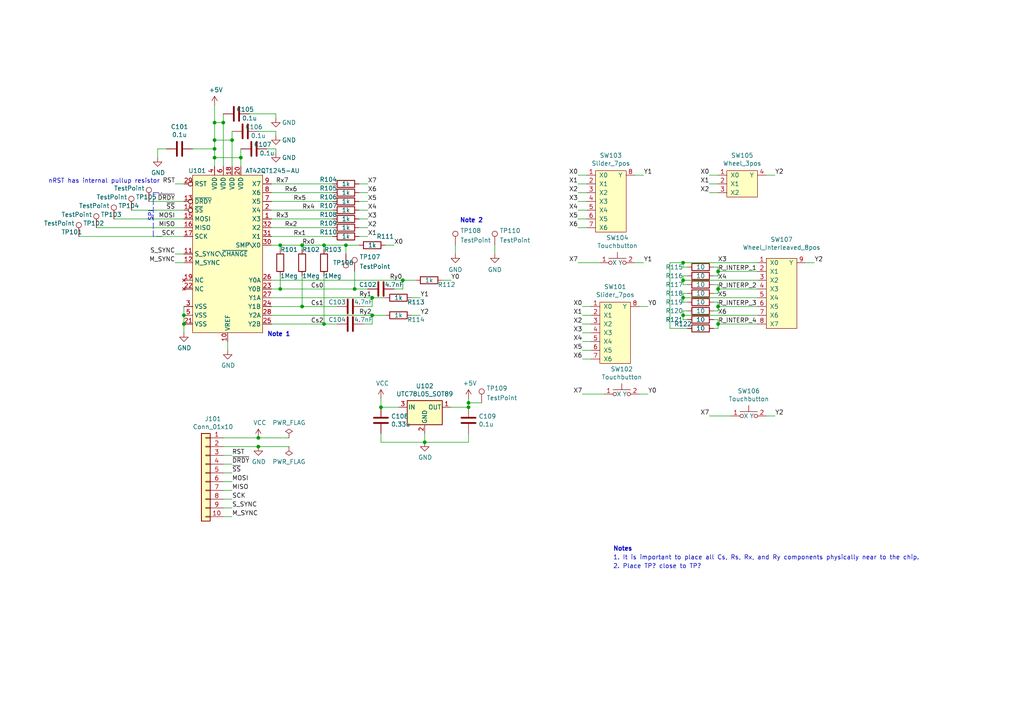
<source format=kicad_sch>
(kicad_sch (version 20211123) (generator eeschema)
  (paper "A4")
  (lib_symbols
    (symbol "Button_Slider_Capacitive:Slider_7pos" (pin_names (offset 1.016))
      (property "Reference" "SW" (at 0 1.27 0))
      (property "Value" "Slider_7pos" (at 0 0 0))
      (symbol "Slider_7pos_0_1"
        (rectangle (start -3.81 -1.27) (end 5.08 -19.05) (fill (type background)))
      )
      (symbol "Slider_7pos_1_1"
        (pin passive line (at -6.35 -2.54 0) (length 2.54) (name "X0") (number "1"))
        (pin passive line (at -6.35 -5.08 0) (length 2.54) (name "X1") (number "2"))
        (pin passive line (at -6.35 -7.62 0) (length 2.54) (name "X2") (number "3"))
        (pin passive line (at -6.35 -10.16 0) (length 2.54) (name "X3") (number "4"))
        (pin passive line (at -6.35 -12.7 0) (length 2.54) (name "X4") (number "5"))
        (pin passive line (at -6.35 -15.24 0) (length 2.54) (name "X5") (number "6"))
        (pin passive line (at -6.35 -17.78 0) (length 2.54) (name "X6") (number "7"))
        (pin passive line (at 7.62 -2.54 180) (length 2.54) (name "Y") (number "8"))
      )
    )
    (symbol "Button_Slider_Capacitive:Touchbutton" (pin_names (offset 1.016))
      (property "Reference" "SW" (at 2.54 2.54 0))
      (property "Value" "Touchbutton" (at 0 -2.54 0))
      (symbol "Touchbutton_1_1"
        (circle (center -2.032 0) (radius 0.508))
        (polyline (pts (xy 0 1.27) (xy 0 3.048)))
        (polyline (pts (xy 2.54 1.27) (xy -2.54 1.27)))
        (circle (center 2.032 0) (radius 0.508))
        (pin passive line (at -5.08 0 0) (length 2.54) (name "X") (number "1"))
        (pin passive line (at 5.08 0 180) (length 2.54) (name "Y") (number "2"))
      )
    )
    (symbol "Button_Slider_Capacitive:Wheel_3pos" (pin_names (offset 1.016))
      (property "Reference" "SW" (at 0 1.27 0))
      (property "Value" "Wheel_3pos" (at 0 0 0))
      (symbol "Wheel_3pos_0_1"
        (rectangle (start -3.81 -1.27) (end 5.08 -8.89) (fill (type background)))
      )
      (symbol "Wheel_3pos_1_1"
        (pin passive line (at -6.35 -2.54 0) (length 2.54) (name "X0") (number "1"))
        (pin passive line (at -6.35 -5.08 0) (length 2.54) (name "X1") (number "2"))
        (pin passive line (at -6.35 -7.62 0) (length 2.54) (name "X2") (number "3"))
        (pin passive line (at 7.62 -2.54 180) (length 2.54) (name "Y") (number "4"))
      )
    )
    (symbol "Button_Slider_Capacitive:Wheel_Interleaved_8pos" (pin_names (offset 1.016))
      (property "Reference" "SW" (at 0 2.54 0))
      (property "Value" "Wheel_Interleaved_8pos" (at 0 1.27 0))
      (symbol "Wheel_Interleaved_8pos_0_1"
        (rectangle (start -3.81 -1.27) (end 5.08 -21.59) (fill (type background)))
      )
      (symbol "Wheel_Interleaved_8pos_1_1"
        (pin passive line (at -6.35 -2.54 0) (length 2.54) (name "X0") (number "1"))
        (pin passive line (at -6.35 -5.08 0) (length 2.54) (name "X1") (number "2"))
        (pin passive line (at -6.35 -7.62 0) (length 2.54) (name "X2") (number "3"))
        (pin passive line (at -6.35 -10.16 0) (length 2.54) (name "X3") (number "4"))
        (pin passive line (at -6.35 -12.7 0) (length 2.54) (name "X4") (number "5"))
        (pin passive line (at -6.35 -15.24 0) (length 2.54) (name "X5") (number "6"))
        (pin passive line (at -6.35 -17.78 0) (length 2.54) (name "X6") (number "7"))
        (pin passive line (at -6.35 -20.32 0) (length 2.54) (name "X7") (number "8"))
        (pin passive line (at 7.62 -2.54 180) (length 2.54) (name "Y") (number "9"))
      )
    )
    (symbol "Connector:TestPoint" (pin_numbers hide) (pin_names (offset 0.762) hide)
      (property "Reference" "TP" (at 0 6.858 0))
      (property "Value" "TestPoint" (at 0 5.08 0))
      (symbol "TestPoint_0_1"
        (circle (center 0 3.302) (radius 0.762))
      )
      (symbol "TestPoint_1_1"
        (pin passive line (at 0 0 90) (length 2.54) (name "1") (number "1"))
      )
    )
    (symbol "Connector_Generic:Conn_01x10" (pin_names (offset 1.016) hide)
      (property "Reference" "J" (at 0 12.7 0))
      (property "Value" "Conn_01x10" (at 0 -15.24 0))
      (symbol "Conn_01x10_1_1"
        (rectangle (start -1.27 -12.573) (end 0 -12.827) (stroke (width 0.1524)))
        (rectangle (start -1.27 -10.033) (end 0 -10.287) (stroke (width 0.1524)))
        (rectangle (start -1.27 -7.493) (end 0 -7.747) (stroke (width 0.1524)))
        (rectangle (start -1.27 -4.953) (end 0 -5.207) (stroke (width 0.1524)))
        (rectangle (start -1.27 -2.413) (end 0 -2.667) (stroke (width 0.1524)))
        (rectangle (start -1.27 0.127) (end 0 -0.127) (stroke (width 0.1524)))
        (rectangle (start -1.27 2.667) (end 0 2.413) (stroke (width 0.1524)))
        (rectangle (start -1.27 5.207) (end 0 4.953) (stroke (width 0.1524)))
        (rectangle (start -1.27 7.747) (end 0 7.493) (stroke (width 0.1524)))
        (rectangle (start -1.27 10.287) (end 0 10.033) (stroke (width 0.1524)))
        (rectangle (start -1.27 11.43) (end 1.27 -13.97) (stroke (width 0.254)) (fill (type background)))
        (pin passive line (at -5.08 10.16 0) (length 3.81) (name "Pin_1") (number "1"))
        (pin passive line (at -5.08 -12.7 0) (length 3.81) (name "Pin_10") (number "10"))
        (pin passive line (at -5.08 7.62 0) (length 3.81) (name "Pin_2") (number "2"))
        (pin passive line (at -5.08 5.08 0) (length 3.81) (name "Pin_3") (number "3"))
        (pin passive line (at -5.08 2.54 0) (length 3.81) (name "Pin_4") (number "4"))
        (pin passive line (at -5.08 0 0) (length 3.81) (name "Pin_5") (number "5"))
        (pin passive line (at -5.08 -2.54 0) (length 3.81) (name "Pin_6") (number "6"))
        (pin passive line (at -5.08 -5.08 0) (length 3.81) (name "Pin_7") (number "7"))
        (pin passive line (at -5.08 -7.62 0) (length 3.81) (name "Pin_8") (number "8"))
        (pin passive line (at -5.08 -10.16 0) (length 3.81) (name "Pin_9") (number "9"))
      )
    )
    (symbol "Device:C" (pin_numbers hide) (pin_names (offset 0.254))
      (property "Reference" "C" (at 0.635 2.54 0))
      (property "Value" "C" (at 0.635 -2.54 0))
      (symbol "C_0_1"
        (polyline (pts (xy -2.032 -0.762) (xy 2.032 -0.762)) (stroke (width 0.508)))
        (polyline (pts (xy -2.032 0.762) (xy 2.032 0.762)) (stroke (width 0.508)))
      )
      (symbol "C_1_1"
        (pin passive line (at 0 3.81 270) (length 2.794) (name "~") (number "1"))
        (pin passive line (at 0 -3.81 90) (length 2.794) (name "~") (number "2"))
      )
    )
    (symbol "Device:R" (pin_numbers hide) (pin_names (offset 0))
      (property "Reference" "R" (at 2.032 0 90))
      (property "Value" "R" (at 0 0 90))
      (symbol "R_0_1"
        (rectangle (start -1.016 -2.54) (end 1.016 2.54) (stroke (width 0.254)))
      )
      (symbol "R_1_1"
        (pin passive line (at 0 3.81 270) (length 1.27) (name "~") (number "1"))
        (pin passive line (at 0 -3.81 90) (length 1.27) (name "~") (number "2"))
      )
    )
    (symbol "MiscDigital:AT42QT1245-AU"
      (property "Reference" "U" (at -10.16 24.13 0))
      (property "Value" "AT42QT1245-AU" (at 12.7 24.13 0))
      (symbol "AT42QT1245-AU_0_1"
        (rectangle (start -10.16 22.86) (end 10.16 -22.86) (fill (type background)))
      )
      (symbol "AT42QT1245-AU_1_1"
        (pin output line (at 12.7 10.16 180) (length 2.54) (name "X3") (number "1"))
        (pin input line (at 0 -25.4 90) (length 2.54) (name "VREF") (number "10"))
        (pin input line (at -12.7 0 0) (length 2.54) (name "S_SYNC\\~{CHANGE}") (number "11"))
        (pin input line (at -12.7 -2.54 0) (length 2.54) (name "M_SYNC") (number "12"))
        (pin output inverted (at -12.7 15.24 0) (length 2.54) (name "~{DRDY}") (number "13"))
        (pin input inverted (at -12.7 12.7 0) (length 2.54) (name "~{SS}") (number "14"))
        (pin input line (at -12.7 10.16 0) (length 2.54) (name "MOSI") (number "15"))
        (pin output line (at -12.7 7.62 0) (length 2.54) (name "MISO") (number "16"))
        (pin input line (at -12.7 5.08 0) (length 2.54) (name "SCK") (number "17"))
        (pin power_in line (at 1.27 25.4 270) (length 2.54) (name "VDD") (number "18"))
        (pin no_connect line (at -12.7 -7.62 0) (length 2.54) (name "NC") (number "19"))
        (pin output line (at 12.7 12.7 180) (length 2.54) (name "X4") (number "2"))
        (pin power_in line (at 3.81 25.4 270) (length 2.54) (name "VDD") (number "20"))
        (pin power_in line (at -12.7 -20.32 0) (length 2.54) (name "VSS") (number "21"))
        (pin no_connect line (at -12.7 -10.16 0) (length 2.54) (name "NC") (number "22"))
        (pin bidirectional line (at 12.7 -10.16 180) (length 2.54) (name "Y0B") (number "23"))
        (pin bidirectional line (at 12.7 -15.24 180) (length 2.54) (name "Y1B") (number "24"))
        (pin bidirectional line (at 12.7 -20.32 180) (length 2.54) (name "Y2B") (number "25"))
        (pin bidirectional line (at 12.7 -7.62 180) (length 2.54) (name "Y0A") (number "26"))
        (pin bidirectional line (at 12.7 -12.7 180) (length 2.54) (name "Y1A") (number "27"))
        (pin bidirectional line (at 12.7 -17.78 180) (length 2.54) (name "Y2A") (number "28"))
        (pin input inverted (at -12.7 20.32 0) (length 2.54) (name "RST") (number "29"))
        (pin power_in line (at -12.7 -15.24 0) (length 2.54) (name "VSS") (number "3"))
        (pin output line (at 12.7 2.54 180) (length 2.54) (name "SMP\\X0") (number "30"))
        (pin output line (at 12.7 5.08 180) (length 2.54) (name "X1") (number "31"))
        (pin output line (at 12.7 7.62 180) (length 2.54) (name "X2") (number "32"))
        (pin power_in line (at -3.81 25.4 270) (length 2.54) (name "VDD") (number "4"))
        (pin power_in line (at -12.7 -17.78 0) (length 2.54) (name "VSS") (number "5"))
        (pin power_in line (at -1.27 25.4 270) (length 2.54) (name "VDD") (number "6"))
        (pin output line (at 12.7 15.24 180) (length 2.54) (name "X5") (number "7"))
        (pin output line (at 12.7 17.78 180) (length 2.54) (name "X6") (number "8"))
        (pin output line (at 12.7 20.32 180) (length 2.54) (name "X7") (number "9"))
      )
    )
    (symbol "Regulator_Linear:L78L05_SOT89" (pin_names (offset 0.254))
      (property "Reference" "U" (at -3.81 3.175 0))
      (property "Value" "L78L05_SOT89" (at -0.635 3.175 0))
      (symbol "L78L05_SOT89_0_1"
        (rectangle (start -5.08 1.905) (end 5.08 -5.08) (stroke (width 0.254)) (fill (type background)))
      )
      (symbol "L78L05_SOT89_1_1"
        (pin power_out line (at 7.62 0 180) (length 2.54) (name "OUT") (number "1"))
        (pin power_in line (at 0 -7.62 90) (length 2.54) (name "GND") (number "2"))
        (pin power_in line (at -7.62 0 0) (length 2.54) (name "IN") (number "3"))
      )
    )
    (symbol "power:+5V" (power) (pin_names (offset 0))
      (property "Value" "+5V" (at 0 3.556 0))
      (symbol "+5V_0_1"
        (polyline (pts (xy -0.762 1.27) (xy 0 2.54)))
        (polyline (pts (xy 0 0) (xy 0 2.54)))
        (polyline (pts (xy 0 2.54) (xy 0.762 1.27)))
      )
      (symbol "+5V_1_1"
        (pin power_in line (at 0 0 90) (length 0) hide (name "+5V") (number "1"))
      )
    )
    (symbol "power:GND" (power) (pin_names (offset 0))
      (property "Value" "GND" (at 0 -3.81 0))
      (symbol "GND_0_1"
        (polyline (pts (xy 0 0) (xy 0 -1.27) (xy 1.27 -1.27) (xy 0 -2.54) (xy -1.27 -1.27) (xy 0 -1.27)))
      )
      (symbol "GND_1_1"
        (pin power_in line (at 0 0 270) (length 0) hide (name "GND") (number "1"))
      )
    )
    (symbol "power:PWR_FLAG" (power) (pin_numbers hide) (pin_names (offset 0) hide)
      (property "Value" "PWR_FLAG" (at 0 3.81 0))
      (symbol "PWR_FLAG_0_0"
        (pin power_out line (at 0 0 90) (length 0) (name "pwr") (number "1"))
      )
      (symbol "PWR_FLAG_0_1"
        (polyline (pts (xy 0 0) (xy 0 1.27) (xy -1.016 1.905) (xy 0 2.54) (xy 1.016 1.905) (xy 0 1.27)))
      )
    )
    (symbol "power:VCC" (power) (pin_names (offset 0))
      (property "Value" "VCC" (at 0 3.81 0))
      (symbol "VCC_0_1"
        (polyline (pts (xy -0.762 1.27) (xy 0 2.54)))
        (polyline (pts (xy 0 0) (xy 0 2.54)))
        (polyline (pts (xy 0 2.54) (xy 0.762 1.27)))
      )
      (symbol "VCC_1_1"
        (pin power_in line (at 0 0 90) (length 0) hide (name "VCC") (number "1"))
      )
    )
  )
  (junction (at 64.77 35.56))
  (junction (at 100.33 71.12))
  (junction (at 135.89 118.11))
  (junction (at 107.95 86.36))
  (junction (at 198.12 81.28))
  (junction (at 198.12 76.2))
  (junction (at 208.28 83.82))
  (junction (at 87.63 71.12))
  (junction (at 81.28 71.12))
  (junction (at 208.28 78.74))
  (junction (at 116.84 81.28))
  (junction (at 62.23 43.18))
  (junction (at 198.12 86.36))
  (junction (at 87.63 88.9))
  (junction (at 198.12 91.44))
  (junction (at 62.23 35.56))
  (junction (at 67.31 40.64))
  (junction (at 102.87 83.82))
  (junction (at 53.34 91.44))
  (junction (at 69.85 45.72))
  (junction (at 208.28 93.98))
  (junction (at 107.95 91.44))
  (junction (at 74.93 127))
  (junction (at 62.23 45.72))
  (junction (at 74.93 129.54))
  (junction (at 123.19 128.27))
  (junction (at 81.28 83.82))
  (junction (at 93.98 71.12))
  (junction (at 135.89 116.84))
  (junction (at 110.49 118.11))
  (junction (at 208.28 88.9))
  (junction (at 93.98 93.98))
  (junction (at 62.23 40.64))
  (junction (at 53.34 93.98))
  (wire (pts (xy 67.31 142.24) (xy 64.77 142.24)))
  (wire (pts (xy 27.94 66.04) (xy 53.34 66.04)))
  (wire (pts (xy 119.38 91.44) (xy 121.92 91.44)))
  (wire (pts (xy 67.31 147.32) (xy 64.77 147.32)))
  (wire (pts (xy 111.76 71.12) (xy 114.3 71.12)))
  (wire (pts (xy 194.31 95.25) (xy 194.31 76.2)))
  (wire (pts (xy 205.74 120.65) (xy 212.09 120.65)))
  (wire (pts (xy 78.74 83.82) (xy 81.28 83.82)))
  (wire (pts (xy 104.14 66.04) (xy 106.68 66.04)))
  (wire (pts (xy 121.92 86.36) (xy 119.38 86.36)))
  (wire (pts (xy 97.79 93.98) (xy 93.98 93.98)))
  (wire (pts (xy 198.12 80.01) (xy 199.39 80.01)))
  (wire (pts (xy 198.12 92.71) (xy 199.39 92.71)))
  (wire (pts (xy 208.28 77.47) (xy 208.28 78.74)))
  (wire (pts (xy 168.91 99.06) (xy 171.45 99.06)))
  (wire (pts (xy 55.88 43.18) (xy 62.23 43.18)))
  (wire (pts (xy 198.12 82.55) (xy 199.39 82.55)))
  (wire (pts (xy 53.34 88.9) (xy 53.34 91.44)))
  (wire (pts (xy 111.76 86.36) (xy 107.95 86.36)))
  (wire (pts (xy 123.19 128.27) (xy 110.49 128.27)))
  (wire (pts (xy 107.95 91.44) (xy 107.95 93.98)))
  (wire (pts (xy 104.14 60.96) (xy 106.68 60.96)))
  (wire (pts (xy 87.63 72.39) (xy 87.63 71.12)))
  (wire (pts (xy 198.12 81.28) (xy 198.12 82.55)))
  (wire (pts (xy 33.02 63.5) (xy 53.34 63.5)))
  (wire (pts (xy 102.87 78.74) (xy 102.87 83.82)))
  (wire (pts (xy 198.12 81.28) (xy 198.12 80.01)))
  (wire (pts (xy 224.79 120.65) (xy 222.25 120.65)))
  (wire (pts (xy 168.91 93.98) (xy 171.45 93.98)))
  (wire (pts (xy 167.64 76.2) (xy 173.99 76.2)))
  (wire (pts (xy 102.87 83.82) (xy 106.68 83.82)))
  (wire (pts (xy 187.96 114.3) (xy 185.42 114.3)))
  (wire (pts (xy 93.98 71.12) (xy 93.98 72.39)))
  (wire (pts (xy 198.12 86.36) (xy 219.71 86.36)))
  (wire (pts (xy 198.12 76.2) (xy 198.12 77.47)))
  (wire (pts (xy 198.12 87.63) (xy 198.12 86.36)))
  (wire (pts (xy 81.28 71.12) (xy 87.63 71.12)))
  (wire (pts (xy 107.95 93.98) (xy 105.41 93.98)))
  (wire (pts (xy 67.31 40.64) (xy 67.31 48.26)))
  (wire (pts (xy 53.34 93.98) (xy 53.34 96.52)))
  (wire (pts (xy 168.91 101.6) (xy 171.45 101.6)))
  (wire (pts (xy 78.74 68.58) (xy 96.52 68.58)))
  (wire (pts (xy 93.98 93.98) (xy 78.74 93.98)))
  (wire (pts (xy 128.27 81.28) (xy 130.81 81.28)))
  (wire (pts (xy 167.64 55.88) (xy 170.18 55.88)))
  (wire (pts (xy 107.95 86.36) (xy 107.95 88.9)))
  (wire (pts (xy 205.74 55.88) (xy 208.28 55.88)))
  (wire (pts (xy 186.69 50.8) (xy 184.15 50.8)))
  (wire (pts (xy 111.76 91.44) (xy 107.95 91.44)))
  (wire (pts (xy 66.04 99.06) (xy 66.04 101.6)))
  (wire (pts (xy 81.28 83.82) (xy 102.87 83.82)))
  (wire (pts (xy 87.63 88.9) (xy 78.74 88.9)))
  (polyline (pts (xy 46.99 68.58) (xy 44.45 68.58)))
  (wire (pts (xy 208.28 82.55) (xy 208.28 83.82)))
  (wire (pts (xy 135.89 116.84) (xy 135.89 118.11)))
  (wire (pts (xy 69.85 43.18) (xy 69.85 45.72)))
  (wire (pts (xy 207.01 87.63) (xy 208.28 87.63)))
  (wire (pts (xy 168.91 88.9) (xy 171.45 88.9)))
  (wire (pts (xy 208.28 87.63) (xy 208.28 88.9)))
  (wire (pts (xy 78.74 81.28) (xy 116.84 81.28)))
  (wire (pts (xy 198.12 77.47) (xy 199.39 77.47)))
  (wire (pts (xy 69.85 45.72) (xy 69.85 48.26)))
  (wire (pts (xy 199.39 90.17) (xy 198.12 90.17)))
  (wire (pts (xy 132.08 71.12) (xy 132.08 73.66)))
  (wire (pts (xy 208.28 80.01) (xy 207.01 80.01)))
  (wire (pts (xy 224.79 50.8) (xy 222.25 50.8)))
  (wire (pts (xy 167.64 66.04) (xy 170.18 66.04)))
  (wire (pts (xy 62.23 30.48) (xy 62.23 35.56)))
  (wire (pts (xy 67.31 137.16) (xy 64.77 137.16)))
  (wire (pts (xy 87.63 71.12) (xy 93.98 71.12)))
  (wire (pts (xy 208.28 88.9) (xy 208.28 90.17)))
  (wire (pts (xy 110.49 128.27) (xy 110.49 125.73)))
  (wire (pts (xy 64.77 35.56) (xy 64.77 33.02)))
  (wire (pts (xy 62.23 45.72) (xy 62.23 48.26)))
  (wire (pts (xy 198.12 91.44) (xy 219.71 91.44)))
  (wire (pts (xy 106.68 63.5) (xy 104.14 63.5)))
  (wire (pts (xy 78.74 63.5) (xy 96.52 63.5)))
  (wire (pts (xy 87.63 80.01) (xy 87.63 88.9)))
  (wire (pts (xy 198.12 85.09) (xy 199.39 85.09)))
  (wire (pts (xy 208.28 90.17) (xy 207.01 90.17)))
  (wire (pts (xy 45.72 45.72) (xy 45.72 43.18)))
  (wire (pts (xy 64.77 134.62) (xy 67.31 134.62)))
  (wire (pts (xy 62.23 40.64) (xy 62.23 43.18)))
  (wire (pts (xy 80.01 44.45) (xy 80.01 43.18)))
  (wire (pts (xy 198.12 81.28) (xy 219.71 81.28)))
  (wire (pts (xy 45.72 43.18) (xy 48.26 43.18)))
  (wire (pts (xy 187.96 88.9) (xy 185.42 88.9)))
  (wire (pts (xy 143.51 71.12) (xy 143.51 73.66)))
  (wire (pts (xy 208.28 92.71) (xy 208.28 93.98)))
  (wire (pts (xy 110.49 115.57) (xy 110.49 118.11)))
  (wire (pts (xy 123.19 128.27) (xy 135.89 128.27)))
  (polyline (pts (xy 44.45 68.58) (xy 44.45 55.88)))
  (wire (pts (xy 104.14 71.12) (xy 100.33 71.12)))
  (wire (pts (xy 208.28 83.82) (xy 208.28 85.09)))
  (wire (pts (xy 80.01 39.37) (xy 80.01 38.1)))
  (wire (pts (xy 168.91 91.44) (xy 171.45 91.44)))
  (wire (pts (xy 135.89 115.57) (xy 135.89 116.84)))
  (wire (pts (xy 167.64 60.96) (xy 170.18 60.96)))
  (wire (pts (xy 120.65 81.28) (xy 116.84 81.28)))
  (wire (pts (xy 135.89 118.11) (xy 130.81 118.11)))
  (wire (pts (xy 78.74 66.04) (xy 96.52 66.04)))
  (wire (pts (xy 67.31 132.08) (xy 64.77 132.08)))
  (wire (pts (xy 167.64 53.34) (xy 170.18 53.34)))
  (wire (pts (xy 107.95 88.9) (xy 105.41 88.9)))
  (wire (pts (xy 207.01 77.47) (xy 208.28 77.47)))
  (wire (pts (xy 64.77 48.26) (xy 64.77 35.56)))
  (wire (pts (xy 116.84 83.82) (xy 114.3 83.82)))
  (wire (pts (xy 186.69 76.2) (xy 184.15 76.2)))
  (wire (pts (xy 208.28 85.09) (xy 207.01 85.09)))
  (wire (pts (xy 168.91 96.52) (xy 171.45 96.52)))
  (wire (pts (xy 97.79 88.9) (xy 87.63 88.9)))
  (wire (pts (xy 80.01 43.18) (xy 77.47 43.18)))
  (wire (pts (xy 208.28 78.74) (xy 219.71 78.74)))
  (wire (pts (xy 67.31 40.64) (xy 62.23 40.64)))
  (wire (pts (xy 208.28 93.98) (xy 219.71 93.98)))
  (wire (pts (xy 208.28 93.98) (xy 208.28 95.25)))
  (wire (pts (xy 198.12 76.2) (xy 219.71 76.2)))
  (wire (pts (xy 198.12 90.17) (xy 198.12 91.44)))
  (wire (pts (xy 78.74 91.44) (xy 107.95 91.44)))
  (polyline (pts (xy 44.45 55.88) (xy 46.99 55.88)))
  (wire (pts (xy 64.77 144.78) (xy 67.31 144.78)))
  (wire (pts (xy 64.77 129.54) (xy 74.93 129.54)))
  (wire (pts (xy 194.31 76.2) (xy 198.12 76.2)))
  (wire (pts (xy 208.28 95.25) (xy 207.01 95.25)))
  (wire (pts (xy 110.49 118.11) (xy 115.57 118.11)))
  (wire (pts (xy 83.82 129.54) (xy 74.93 129.54)))
  (wire (pts (xy 205.74 53.34) (xy 208.28 53.34)))
  (wire (pts (xy 116.84 81.28) (xy 116.84 83.82)))
  (wire (pts (xy 199.39 95.25) (xy 194.31 95.25)))
  (wire (pts (xy 208.28 88.9) (xy 219.71 88.9)))
  (wire (pts (xy 64.77 139.7) (xy 67.31 139.7)))
  (wire (pts (xy 167.64 58.42) (xy 170.18 58.42)))
  (wire (pts (xy 78.74 53.34) (xy 96.52 53.34)))
  (wire (pts (xy 207.01 92.71) (xy 208.28 92.71)))
  (wire (pts (xy 167.64 63.5) (xy 170.18 63.5)))
  (wire (pts (xy 38.1 60.96) (xy 53.34 60.96)))
  (wire (pts (xy 78.74 71.12) (xy 81.28 71.12)))
  (wire (pts (xy 100.33 71.12) (xy 100.33 73.66)))
  (wire (pts (xy 198.12 86.36) (xy 198.12 85.09)))
  (wire (pts (xy 53.34 91.44) (xy 53.34 93.98)))
  (wire (pts (xy 207.01 82.55) (xy 208.28 82.55)))
  (wire (pts (xy 208.28 83.82) (xy 219.71 83.82)))
  (wire (pts (xy 74.93 127) (xy 83.82 127)))
  (wire (pts (xy 208.28 78.74) (xy 208.28 80.01)))
  (wire (pts (xy 100.33 71.12) (xy 93.98 71.12)))
  (wire (pts (xy 168.91 114.3) (xy 175.26 114.3)))
  (wire (pts (xy 80.01 34.29) (xy 80.01 33.02)))
  (wire (pts (xy 50.8 73.66) (xy 53.34 73.66)))
  (wire (pts (xy 74.93 127) (xy 64.77 127)))
  (wire (pts (xy 69.85 45.72) (xy 62.23 45.72)))
  (wire (pts (xy 167.64 50.8) (xy 170.18 50.8)))
  (wire (pts (xy 93.98 80.01) (xy 93.98 93.98)))
  (wire (pts (xy 64.77 149.86) (xy 67.31 149.86)))
  (wire (pts (xy 62.23 35.56) (xy 62.23 40.64)))
  (wire (pts (xy 106.68 53.34) (xy 104.14 53.34)))
  (wire (pts (xy 106.68 68.58) (xy 104.14 68.58)))
  (wire (pts (xy 135.89 128.27) (xy 135.89 125.73)))
  (wire (pts (xy 78.74 55.88) (xy 96.52 55.88)))
  (wire (pts (xy 81.28 72.39) (xy 81.28 71.12)))
  (wire (pts (xy 43.18 58.42) (xy 53.34 58.42)))
  (wire (pts (xy 106.68 58.42) (xy 104.14 58.42)))
  (wire (pts (xy 123.19 125.73) (xy 123.19 128.27)))
  (wire (pts (xy 198.12 91.44) (xy 198.12 92.71)))
  (wire (pts (xy 67.31 38.1) (xy 67.31 40.64)))
  (wire (pts (xy 80.01 33.02) (xy 72.39 33.02)))
  (wire (pts (xy 50.8 76.2) (xy 53.34 76.2)))
  (wire (pts (xy 135.89 116.84) (xy 139.7 116.84)))
  (wire (pts (xy 78.74 60.96) (xy 96.52 60.96)))
  (wire (pts (xy 62.23 43.18) (xy 62.23 45.72)))
  (wire (pts (xy 22.86 68.58) (xy 53.34 68.58)))
  (wire (pts (xy 104.14 55.88) (xy 106.68 55.88)))
  (wire (pts (xy 236.22 76.2) (xy 233.68 76.2)))
  (wire (pts (xy 205.74 50.8) (xy 208.28 50.8)))
  (wire (pts (xy 64.77 35.56) (xy 62.23 35.56)))
  (wire (pts (xy 80.01 38.1) (xy 74.93 38.1)))
  (wire (pts (xy 50.8 53.34) (xy 53.34 53.34)))
  (wire (pts (xy 78.74 58.42) (xy 96.52 58.42)))
  (wire (pts (xy 168.91 104.14) (xy 171.45 104.14)))
  (wire (pts (xy 81.28 83.82) (xy 81.28 80.01)))
  (wire (pts (xy 78.74 86.36) (xy 107.95 86.36)))
  (wire (pts (xy 199.39 87.63) (xy 198.12 87.63)))
  (text "Note 2" (at 133.35 64.77 0) (effects (font (size 1.27 1.27) (thickness 0.254) bold) (justify left bottom)))
  (text "2. Place TP? close to TP?" (at 177.8 165.1 0) (effects (font (size 1.27 1.27)) (justify left bottom)))
  (text "Note 1" (at 77.47 97.79 0) (effects (font (size 1.27 1.27) (thickness 0.254) bold) (justify left bottom)))
  (text "SPI" (at 44.45 60.96 270) (effects (font (size 1.27 1.27)) (justify right bottom)))
  (text "1. It is important to place all Cs, Rs, Rx, and Ry components physically near to the chip." (at 177.8 162.56 0) (effects (font (size 1.27 1.27)) (justify left bottom)))
  (text "Notes" (at 177.8 160.02 0) (effects (font (size 1.27 1.27) (thickness 0.254) bold) (justify left bottom)))
  (text "nRST has internal pullup resistor" (at 13.97 53.34 0) (effects (font (size 1.27 1.27)) (justify left bottom)))
  (label "X0" (at 167.64 50.8 180))
  (label "SCK" (at 50.8 68.58 180))
  (label "X2" (at 106.68 66.04 0))
  (label "X1" (at 167.64 53.34 180))
  (label "X7" (at 168.91 114.3 180))
  (label "X7" (at 106.68 53.34 0))
  (label "X3" (at 168.91 96.52 180))
  (label "Rx3" (at 80.01 63.5 0))
  (label "X7" (at 167.64 76.2 180))
  (label "S_SYNC" (at 67.31 147.32 0))
  (label "Rx2" (at 82.55 66.04 0))
  (label "S_SYNC" (at 50.8 73.66 180))
  (label "RST" (at 67.31 132.08 0))
  (label "X1" (at 168.91 91.44 180))
  (label "X0" (at 205.74 50.8 180))
  (label "X4" (at 210.82 81.28 180))
  (label "X1" (at 205.74 53.34 180))
  (label "X3" (at 210.82 76.2 180))
  (label "X2" (at 167.64 55.88 180))
  (label "Y2" (at 224.79 120.65 0))
  (label "X5" (at 168.91 101.6 180))
  (label "X5" (at 167.64 63.5 180))
  (label "M_SYNC" (at 67.31 149.86 0))
  (label "X5" (at 106.68 58.42 0))
  (label "MOSI" (at 67.31 139.7 0))
  (label "Y2" (at 121.92 91.44 0))
  (label "X6" (at 106.68 55.88 0))
  (label "Y0" (at 187.96 88.9 0))
  (label "MISO" (at 67.31 142.24 0))
  (label "Y2" (at 224.79 50.8 0))
  (label "RST" (at 50.8 53.34 180))
  (label "~{DRDY}" (at 67.31 134.62 0))
  (label "X1" (at 106.68 68.58 0))
  (label "X6" (at 210.82 91.44 180))
  (label "Rx7" (at 80.01 53.34 0))
  (label "MOSI" (at 50.8 63.5 180))
  (label "Y2" (at 236.22 76.2 0))
  (label "X5" (at 210.82 86.36 180))
  (label "Ry0" (at 113.03 81.28 0))
  (label "Rx5" (at 85.09 58.42 0))
  (label "SCK" (at 67.31 144.78 0))
  (label "R_INTERP_4" (at 208.28 93.98 0))
  (label "Rx1" (at 85.09 68.58 0))
  (label "Y0" (at 187.96 114.3 0))
  (label "X0" (at 114.3 71.12 0))
  (label "~{DRDY}" (at 50.8 58.42 180))
  (label "X6" (at 168.91 104.14 180))
  (label "R_INTERP_3" (at 208.28 88.9 0))
  (label "~{SS}" (at 50.8 60.96 180))
  (label "Ry2" (at 104.14 91.44 0))
  (label "Rx0" (at 87.63 71.12 0))
  (label "Y1" (at 186.69 50.8 0))
  (label "Cs2" (at 90.17 93.98 0))
  (label "X2" (at 168.91 93.98 180))
  (label "R_INTERP_2" (at 208.28 83.82 0))
  (label "X4" (at 168.91 99.06 180))
  (label "~{SS}" (at 67.31 137.16 0))
  (label "Rx6" (at 82.55 55.88 0))
  (label "X6" (at 167.64 66.04 180))
  (label "X0" (at 168.91 88.9 180))
  (label "Y1" (at 121.92 86.36 0))
  (label "Ry1" (at 104.14 86.36 0))
  (label "Y0" (at 130.81 81.28 0))
  (label "Rx4" (at 87.63 60.96 0))
  (label "X4" (at 106.68 60.96 0))
  (label "X3" (at 167.64 58.42 180))
  (label "Cs1" (at 90.17 88.9 0))
  (label "MISO" (at 50.8 66.04 180))
  (label "M_SYNC" (at 50.8 76.2 180))
  (label "X7" (at 205.74 120.65 180))
  (label "X2" (at 205.74 55.88 180))
  (label "R_INTERP_1" (at 208.28 78.74 0))
  (label "X4" (at 167.64 60.96 180))
  (label "X3" (at 106.68 63.5 0))
  (label "Cs0" (at 90.17 83.82 0))
  (label "Y1" (at 186.69 76.2 0))
  (symbol (lib_id "Device:R") (at 81.28 76.2 0) (unit 1)
    (property "Reference" "R101" (at 81.28 72.39 0) (effects (justify left)))
    (property "Value" "1Meg" (at 81.28 80.01 0) (effects (justify left)))
    (property "Footprint" "Resistor_SMD:R_0402_1005Metric" (effects hide))
    (property "JLCPCB Part #" "C26083" (effects hide))
  )
  (symbol (lib_id "Device:R") (at 87.63 76.2 0) (unit 1)
    (property "Reference" "R102" (at 87.63 72.39 0) (effects (justify left)))
    (property "Value" "1Meg" (at 87.63 80.01 0) (effects (justify left)))
    (property "Footprint" "Resistor_SMD:R_0402_1005Metric" (effects hide))
    (property "JLCPCB Part #" "C26083" (effects hide))
  )
  (symbol (lib_id "Device:R") (at 93.98 76.2 0) (unit 1)
    (property "Reference" "R103" (at 93.98 72.39 0) (effects (justify left)))
    (property "Value" "1Meg" (at 93.98 80.01 0) (effects (justify left)))
    (property "Footprint" "Resistor_SMD:R_0402_1005Metric" (effects hide))
    (property "JLCPCB Part #" "C26083" (effects hide))
  )
  (symbol (lib_id "Device:C") (at 110.49 83.82 270) (unit 1)
    (property "Reference" "C102" (at 106.68 82.55 90))
    (property "Value" "4.7nF" (at 114.3 82.55 90))
    (property "Footprint" "Capacitor_SMD:C_0402_1005Metric" (effects hide))
    (property "JLCPCB Part #" "C1538" (effects hide))
  )
  (symbol (lib_id "Device:C") (at 101.6 88.9 270) (unit 1)
    (property "Reference" "C103" (at 97.79 87.63 90))
    (property "Value" "4.7nF" (at 105.41 87.63 90))
    (property "Footprint" "Capacitor_SMD:C_0402_1005Metric" (effects hide))
    (property "JLCPCB Part #" "C1538" (effects hide))
  )
  (symbol (lib_id "Device:C") (at 101.6 93.98 270) (unit 1)
    (property "Reference" "C104" (at 97.79 92.71 90))
    (property "Value" "4.7nF" (at 105.41 92.71 90))
    (property "Footprint" "Capacitor_SMD:C_0402_1005Metric" (effects hide))
    (property "JLCPCB Part #" "C1538" (effects hide))
  )
  (symbol (lib_id "power:GND") (at 66.04 101.6 0) (unit 1)
    (property "Reference" "#PWR0104" (effects hide))
    (property "Value" "GND" (at 66.167 105.9942 0))
  )
  (symbol (lib_id "power:GND") (at 53.34 96.52 0) (unit 1)
    (property "Reference" "#PWR0102" (effects hide))
    (property "Value" "GND" (at 53.467 100.9142 0))
  )
  (symbol (lib_id "Device:C") (at 52.07 43.18 270) (unit 1)
    (property "Reference" "C101" (at 52.07 36.7792 90))
    (property "Value" "0.1u" (at 52.07 39.0906 90))
    (property "Footprint" "Capacitor_SMD:C_0402_1005Metric" (effects hide))
    (property "JLCPCB Part #" "C307331" (effects hide))
  )
  (symbol (lib_id "power:GND") (at 45.72 45.72 0) (unit 1)
    (property "Reference" "#PWR0101" (effects hide))
    (property "Value" "GND" (at 45.847 50.1142 0))
  )
  (symbol (lib_id "Button_Slider_Capacitive:Slider_7pos") (at 177.8 86.36 0) (unit 1)
    (property "Reference" "SW101" (at 178.435 83.185 0))
    (property "Value" "Slider_7pos" (at 178.435 85.4964 0))
    (property "Footprint" "Button_Slider_Capacitive:Slider_Flooded_H12mm_W84mm_7pos" (effects hide))
  )
  (symbol (lib_id "Button_Slider_Capacitive:Touchbutton") (at 180.34 114.3 0) (unit 1)
    (property "Reference" "SW102" (at 180.34 107.061 0))
    (property "Value" "Touchbutton" (at 180.34 109.3724 0))
    (property "Footprint" "Button_Slider_Capacitive:Button_Interleaved_D12mm_P0.5mm" (effects hide))
  )
  (symbol (lib_id "Button_Slider_Capacitive:Wheel_3pos") (at 214.63 48.26 0) (unit 1)
    (property "Reference" "SW105" (at 215.265 45.085 0))
    (property "Value" "Wheel_3pos" (at 215.265 47.3964 0))
    (property "Footprint" "Button_Slider_Capacitive:Wheel_Flooded_R13mm" (effects hide))
  )
  (symbol (lib_id "Button_Slider_Capacitive:Wheel_Interleaved_8pos") (at 226.06 73.66 0) (unit 1)
    (property "Reference" "SW107" (at 226.695 69.469 0))
    (property "Value" "Wheel_Interleaved_8pos" (at 226.695 71.7804 0))
    (property "Footprint" "Button_Slider_Capacitive:Wheel_Interleaved_R17mm" (effects hide))
  )
  (symbol (lib_id "Button_Slider_Capacitive:Slider_7pos") (at 176.53 48.26 0) (unit 1)
    (property "Reference" "SW103" (at 177.165 45.085 0))
    (property "Value" "Slider_7pos" (at 177.165 47.3964 0))
    (property "Footprint" "Button_Slider_Capacitive:Slider_Interleaved_H12mm_W72mm_7pos" (effects hide))
  )
  (symbol (lib_id "Button_Slider_Capacitive:Touchbutton") (at 179.07 76.2 0) (unit 1)
    (property "Reference" "SW104" (at 179.07 68.961 0))
    (property "Value" "Touchbutton" (at 179.07 71.2724 0))
    (property "Footprint" "Button_Slider_Capacitive:Button_Interleaved_D12mm_P0.5mm" (effects hide))
  )
  (symbol (lib_id "Button_Slider_Capacitive:Touchbutton") (at 217.17 120.65 0) (unit 1)
    (property "Reference" "SW106" (at 217.17 113.411 0))
    (property "Value" "Touchbutton" (at 217.17 115.7224 0))
    (property "Footprint" "Button_Slider_Capacitive:Button_Flooded_D12" (effects hide))
  )
  (symbol (lib_id "Device:R") (at 203.2 77.47 270) (unit 1)
    (property "Reference" "R115" (at 195.58 77.47 90))
    (property "Value" "10" (at 203.2 77.47 90))
    (property "Footprint" "Resistor_SMD:R_0603_1608Metric" (effects hide))
    (property "JLCPCB Part #" "C22859" (effects hide))
  )
  (symbol (lib_id "Device:R") (at 203.2 80.01 270) (unit 1)
    (property "Reference" "R116" (at 195.58 80.01 90))
    (property "Value" "10" (at 203.2 80.01 90))
    (property "Footprint" "Resistor_SMD:R_0603_1608Metric" (effects hide))
    (property "JLCPCB Part #" "C22859" (effects hide))
  )
  (symbol (lib_id "Device:R") (at 203.2 82.55 270) (unit 1)
    (property "Reference" "R117" (at 195.58 82.55 90))
    (property "Value" "10" (at 203.2 82.55 90))
    (property "Footprint" "Resistor_SMD:R_0603_1608Metric" (effects hide))
    (property "JLCPCB Part #" "C22859" (effects hide))
  )
  (symbol (lib_id "Device:R") (at 203.2 85.09 270) (unit 1)
    (property "Reference" "R118" (at 195.58 85.09 90))
    (property "Value" "10" (at 203.2 85.09 90))
    (property "Footprint" "Resistor_SMD:R_0603_1608Metric" (effects hide))
    (property "JLCPCB Part #" "C22859" (effects hide))
  )
  (symbol (lib_id "Device:R") (at 203.2 87.63 270) (unit 1)
    (property "Reference" "R119" (at 195.58 87.63 90))
    (property "Value" "10" (at 203.2 87.63 90))
    (property "Footprint" "Resistor_SMD:R_0603_1608Metric" (effects hide))
    (property "JLCPCB Part #" "C22859" (effects hide))
  )
  (symbol (lib_id "Device:R") (at 203.2 90.17 270) (unit 1)
    (property "Reference" "R120" (at 195.58 90.17 90))
    (property "Value" "10" (at 203.2 90.17 90))
    (property "Footprint" "Resistor_SMD:R_0603_1608Metric" (effects hide))
    (property "JLCPCB Part #" "C22859" (effects hide))
  )
  (symbol (lib_id "Device:R") (at 203.2 92.71 270) (unit 1)
    (property "Reference" "R121" (at 195.58 92.71 90))
    (property "Value" "10" (at 203.2 92.71 90))
    (property "Footprint" "Resistor_SMD:R_0603_1608Metric" (effects hide))
    (property "JLCPCB Part #" "C22859" (effects hide))
  )
  (symbol (lib_id "Device:R") (at 203.2 95.25 270) (unit 1)
    (property "Reference" "R122" (at 198.12 93.98 90))
    (property "Value" "10" (at 203.2 95.25 90))
    (property "Footprint" "Resistor_SMD:R_0603_1608Metric" (effects hide))
    (property "JLCPCB Part #" "C22859" (effects hide))
  )
  (symbol (lib_id "Device:R") (at 100.33 53.34 270) (unit 1)
    (property "Reference" "R104" (at 95.25 52.07 90))
    (property "Value" "1k" (at 100.33 53.34 90))
    (property "Footprint" "Resistor_SMD:R_0402_1005Metric" (effects hide))
    (property "JLCPCB Part #" "C11702" (effects hide))
  )
  (symbol (lib_id "Device:R") (at 100.33 55.88 270) (unit 1)
    (property "Reference" "R105" (at 95.25 54.61 90))
    (property "Value" "1k" (at 100.33 55.88 90))
    (property "Footprint" "Resistor_SMD:R_0402_1005Metric" (effects hide))
    (property "JLCPCB Part #" "C11702" (effects hide))
  )
  (symbol (lib_id "Device:R") (at 100.33 58.42 270) (unit 1)
    (property "Reference" "R106" (at 95.25 57.15 90))
    (property "Value" "1k" (at 100.33 58.42 90))
    (property "Footprint" "Resistor_SMD:R_0402_1005Metric" (effects hide))
    (property "JLCPCB Part #" "C11702" (effects hide))
  )
  (symbol (lib_id "Device:R") (at 100.33 60.96 270) (unit 1)
    (property "Reference" "R107" (at 95.25 59.69 90))
    (property "Value" "1k" (at 100.33 60.96 90))
    (property "Footprint" "Resistor_SMD:R_0402_1005Metric" (effects hide))
    (property "JLCPCB Part #" "C11702" (effects hide))
  )
  (symbol (lib_id "Device:R") (at 100.33 63.5 270) (unit 1)
    (property "Reference" "R108" (at 95.25 62.23 90))
    (property "Value" "1k" (at 100.33 63.5 90))
    (property "Footprint" "Resistor_SMD:R_0402_1005Metric" (effects hide))
    (property "JLCPCB Part #" "C11702" (effects hide))
  )
  (symbol (lib_id "Device:R") (at 100.33 66.04 270) (unit 1)
    (property "Reference" "R109" (at 95.25 64.77 90))
    (property "Value" "1k" (at 100.33 66.04 90))
    (property "Footprint" "Resistor_SMD:R_0402_1005Metric" (effects hide))
    (property "JLCPCB Part #" "C11702" (effects hide))
  )
  (symbol (lib_id "Device:R") (at 100.33 68.58 270) (unit 1)
    (property "Reference" "R110" (at 95.25 67.31 90))
    (property "Value" "1k" (at 100.33 68.58 90))
    (property "Footprint" "Resistor_SMD:R_0402_1005Metric" (effects hide))
    (property "JLCPCB Part #" "C11702" (effects hide))
  )
  (symbol (lib_id "Device:R") (at 107.95 71.12 270) (unit 1)
    (property "Reference" "R111" (at 111.76 68.58 90))
    (property "Value" "1k" (at 107.95 71.12 90))
    (property "Footprint" "Resistor_SMD:R_0402_1005Metric" (effects hide))
    (property "JLCPCB Part #" "C11702" (effects hide))
  )
  (symbol (lib_id "Device:R") (at 124.46 81.28 270) (unit 1)
    (property "Reference" "R112" (at 129.54 82.55 90))
    (property "Value" "1k" (at 124.46 81.28 90))
    (property "Footprint" "Resistor_SMD:R_0402_1005Metric" (effects hide))
    (property "JLCPCB Part #" "C11702" (effects hide))
  )
  (symbol (lib_id "Device:R") (at 115.57 86.36 270) (unit 1)
    (property "Reference" "R113" (at 120.65 87.63 90))
    (property "Value" "1k" (at 115.57 86.36 90))
    (property "Footprint" "Resistor_SMD:R_0402_1005Metric" (effects hide))
    (property "JLCPCB Part #" "C11702" (effects hide))
  )
  (symbol (lib_id "Device:R") (at 115.57 91.44 270) (unit 1)
    (property "Reference" "R114" (at 120.65 92.71 90))
    (property "Value" "1k" (at 115.57 91.44 90))
    (property "Footprint" "Resistor_SMD:R_0402_1005Metric" (effects hide))
    (property "JLCPCB Part #" "C11702" (effects hide))
  )
  (symbol (lib_id "power:VCC") (at 74.93 127 0) (unit 1)
    (property "Reference" "#PWR0105" (effects hide))
    (property "Value" "VCC" (at 75.3618 122.6058 0))
  )
  (symbol (lib_id "power:GND") (at 74.93 129.54 0) (unit 1)
    (property "Reference" "#PWR0106" (effects hide))
    (property "Value" "GND" (at 75.057 133.9342 0))
  )
  (symbol (lib_id "Connector_Generic:Conn_01x10") (at 59.69 137.16 0) (mirror y) (unit 1)
    (property "Reference" "J101" (at 61.7728 121.4882 0))
    (property "Value" "Conn_01x10" (at 61.7728 123.7996 0))
    (property "Footprint" "Connector_PinHeader_2.54mm:PinHeader_1x10_P2.54mm_Vertical" (effects hide))
  )
  (symbol (lib_id "power:PWR_FLAG") (at 83.82 127 0) (unit 1)
    (property "Reference" "#FLG0101" (effects hide))
    (property "Value" "PWR_FLAG" (at 83.82 122.6058 0))
  )
  (symbol (lib_id "power:PWR_FLAG") (at 83.82 129.54 180) (unit 1)
    (property "Reference" "#FLG0102" (effects hide))
    (property "Value" "PWR_FLAG" (at 83.82 133.9342 0))
  )
  (symbol (lib_id "Device:C") (at 73.66 43.18 270) (unit 1)
    (property "Reference" "C107" (at 76.2 41.91 90))
    (property "Value" "0.1u" (at 77.47 44.45 90))
    (property "Footprint" "Capacitor_SMD:C_0402_1005Metric" (effects hide))
    (property "JLCPCB Part #" "C307331" (effects hide))
  )
  (symbol (lib_id "Device:C") (at 71.12 38.1 270) (unit 1)
    (property "Reference" "C106" (at 73.66 36.83 90))
    (property "Value" "0.1u" (at 74.93 39.37 90))
    (property "Footprint" "Capacitor_SMD:C_0402_1005Metric" (effects hide))
    (property "JLCPCB Part #" "C307331" (effects hide))
  )
  (symbol (lib_id "Device:C") (at 68.58 33.02 270) (unit 1)
    (property "Reference" "C105" (at 71.12 31.75 90))
    (property "Value" "0.1u" (at 72.39 34.29 90))
    (property "Footprint" "Capacitor_SMD:C_0402_1005Metric" (effects hide))
    (property "JLCPCB Part #" "C307331" (effects hide))
  )
  (symbol (lib_id "power:GND") (at 80.01 34.29 0) (unit 1)
    (property "Reference" "#PWR0107" (effects hide))
    (property "Value" "GND" (at 83.82 35.56 0))
  )
  (symbol (lib_id "power:GND") (at 80.01 39.37 0) (unit 1)
    (property "Reference" "#PWR0108" (effects hide))
    (property "Value" "GND" (at 83.82 40.64 0))
  )
  (symbol (lib_id "power:GND") (at 80.01 44.45 0) (unit 1)
    (property "Reference" "#PWR0109" (effects hide))
    (property "Value" "GND" (at 83.82 45.72 0))
  )
  (symbol (lib_id "power:+5V") (at 62.23 30.48 0) (unit 1)
    (property "Reference" "#PWR0103" (effects hide))
    (property "Value" "+5V" (at 62.611 26.0858 0))
  )
  (symbol (lib_id "Regulator_Linear:L78L05_SOT89") (at 123.19 118.11 0) (unit 1)
    (property "Reference" "U102" (at 123.19 111.9632 0))
    (property "Value" "UTC78L05_SOT89" (at 123.19 114.2746 0))
    (property "Footprint" "Package_TO_SOT_SMD:SOT-89-3" (effects hide))
    (property "Datasheet" "http://www.st.com/content/ccc/resource/technical/document/datasheet/15/55/e5/aa/23/5b/43/fd/CD00000446.pdf/files/CD00000446.pdf/jcr:content/translations/en.CD00000446.pdf" (effects hide))
    (property "JLCPCB Part #" "C71136" (effects hide))
  )
  (symbol (lib_id "Device:C") (at 110.49 121.92 0) (unit 1)
    (property "Reference" "C108" (at 113.411 120.7516 0) (effects (justify left)))
    (property "Value" "0.33u" (at 113.411 123.063 0) (effects (justify left)))
    (property "Footprint" "Capacitor_SMD:C_0805_2012Metric" (effects hide))
    (property "JLCPCB Part #" "C1740" (effects hide))
  )
  (symbol (lib_id "Device:C") (at 135.89 121.92 0) (unit 1)
    (property "Reference" "C109" (at 138.811 120.7516 0) (effects (justify left)))
    (property "Value" "0.1u" (at 138.811 123.063 0) (effects (justify left)))
    (property "Footprint" "Capacitor_SMD:C_0402_1005Metric" (effects hide))
    (property "JLCPCB Part #" "C307331" (effects hide))
  )
  (symbol (lib_id "power:GND") (at 123.19 128.27 0) (unit 1)
    (property "Reference" "#PWR0110" (effects hide))
    (property "Value" "GND" (at 123.317 132.6642 0))
  )
  (symbol (lib_id "power:VCC") (at 110.49 115.57 0) (unit 1)
    (property "Reference" "#PWR0111" (effects hide))
    (property "Value" "VCC" (at 110.9218 111.1758 0))
  )
  (symbol (lib_id "power:+5V") (at 135.89 115.57 0) (unit 1)
    (property "Reference" "#PWR0112" (effects hide))
    (property "Value" "+5V" (at 136.271 111.1758 0))
  )
  (symbol (lib_id "Connector:TestPoint") (at 33.02 63.5 0) (unit 1)
    (property "Reference" "TP103" (at 29.21 62.23 0) (effects (justify left)))
    (property "Value" "TestPoint" (at 22.86 59.69 0) (effects (justify left)))
  )
  (symbol (lib_id "Connector:TestPoint") (at 100.33 73.66 180) (unit 1)
    (property "Reference" "TP106" (at 96.52 76.2 0) (effects (justify right)))
    (property "Value" "TestPoint" (effects hide))
  )
  (symbol (lib_id "Connector:TestPoint") (at 102.87 78.74 0) (unit 1)
    (property "Reference" "TP107" (at 104.267 74.5295 0) (effects (justify left)))
    (property "Value" "TestPoint" (at 104.267 77.3046 0) (effects (justify left)))
  )
  (symbol (lib_id "MiscDigital:AT42QT1245-AU") (at 66.04 73.66 0) (unit 1)
    (property "Reference" "U101" (at 54.61 49.53 0) (effects (justify left)))
    (property "Value" "AT42QT1245-AU" (at 71.12 49.53 0) (effects (justify left)))
    (property "Footprint" "Package_QFP:TQFP-32_7x7mm_P0.8mm" (effects hide))
    (property "Datasheet" "https://ww1.microchip.com/downloads/en/DeviceDoc/Atmel-9632-AT42-QT1245_Datasheet.pdf" (effects hide))
  )
  (symbol (lib_id "Connector:TestPoint") (at 132.08 71.12 0) (unit 1)
    (property "Reference" "TP108" (at 133.477 66.9095 0) (effects (justify left)))
    (property "Value" "TestPoint" (at 133.477 69.6846 0) (effects (justify left)))
  )
  (symbol (lib_id "Connector:TestPoint") (at 22.86 68.58 0) (unit 1)
    (property "Reference" "TP101" (at 17.78 67.31 0) (effects (justify left)))
    (property "Value" "TestPoint" (at 12.7 64.77 0) (effects (justify left)))
  )
  (symbol (lib_id "Connector:TestPoint") (at 139.7 116.84 0) (unit 1)
    (property "Reference" "TP109" (at 141.097 112.6295 0) (effects (justify left)))
    (property "Value" "TestPoint" (at 141.097 115.4046 0) (effects (justify left)))
  )
  (symbol (lib_id "Connector:TestPoint") (at 143.51 71.12 0) (unit 1)
    (property "Reference" "TP110" (at 144.907 66.9095 0) (effects (justify left)))
    (property "Value" "TestPoint" (at 144.907 69.6846 0) (effects (justify left)))
  )
  (symbol (lib_id "Connector:TestPoint") (at 38.1 60.96 0) (unit 1)
    (property "Reference" "TP104" (at 34.29 59.69 0) (effects (justify left)))
    (property "Value" "TestPoint" (at 27.94 57.15 0) (effects (justify left)))
  )
  (symbol (lib_id "power:GND") (at 143.51 73.66 0) (unit 1)
    (property "Reference" "#PWR0114" (effects hide))
    (property "Value" "GND" (at 143.51 78.2225 0))
  )
  (symbol (lib_id "power:GND") (at 132.08 73.66 0) (unit 1)
    (property "Reference" "#PWR0113" (effects hide))
    (property "Value" "GND" (at 132.08 78.2225 0))
  )
  (symbol (lib_id "Connector:TestPoint") (at 43.18 58.42 0) (unit 1)
    (property "Reference" "TP105" (at 39.37 57.15 0) (effects (justify left)))
    (property "Value" "TestPoint" (at 33.02 54.61 0) (effects (justify left)))
  )
  (symbol (lib_id "Connector:TestPoint") (at 27.94 66.04 0) (unit 1)
    (property "Reference" "TP102" (at 24.13 64.77 0) (effects (justify left)))
    (property "Value" "TestPoint" (at 17.78 62.23 0) (effects (justify left)))
  )
)
</source>
